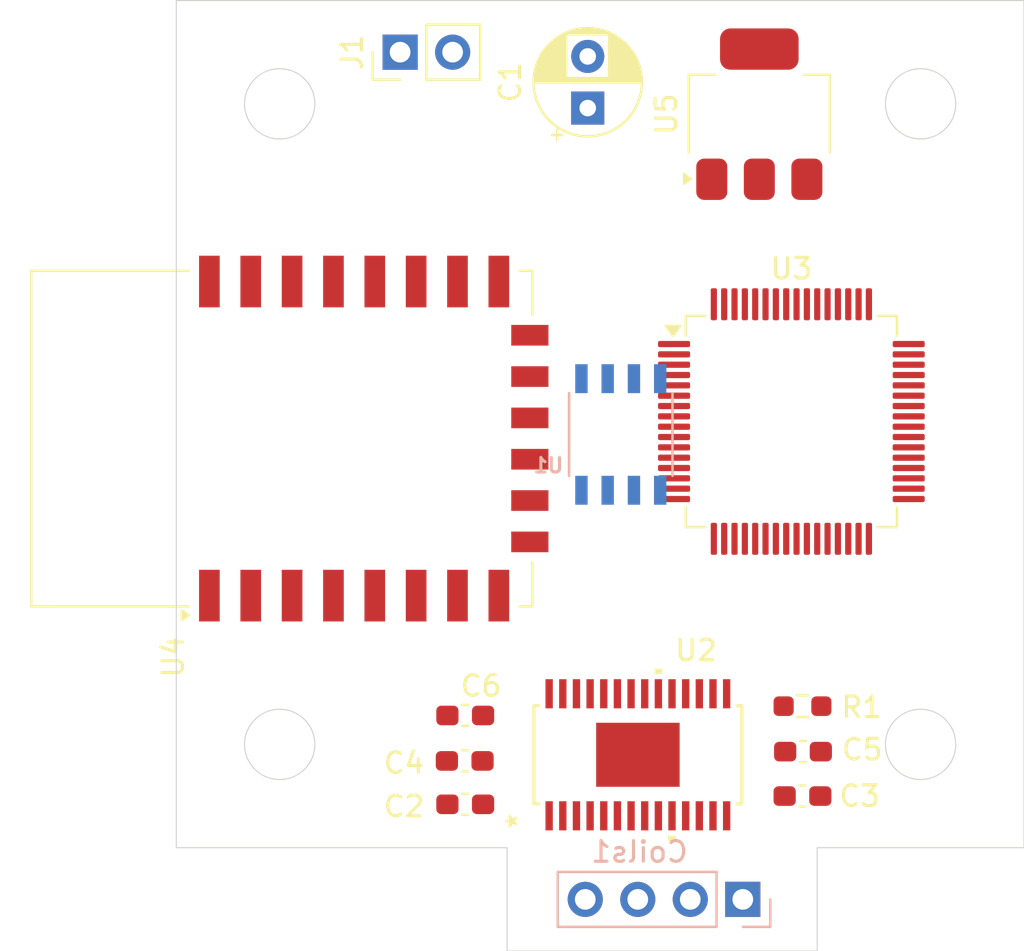
<source format=kicad_pcb>
(kicad_pcb (version 20240108) (generator "pcbnew") (generator_version "8.0")
  (layers (0 "F.Cu" signal) (31 "B.Cu" signal) (34 "B.Paste" user) (35 "F.Paste" user) (36 "B.SilkS" user "B.Silkscreen") (37 "F.SilkS" user "F.Silkscreen") (38 "B.Mask" user) (39 "F.Mask" user) (44 "Edge.Cuts" user))
  (net 0 "")
  (net 15 "nFault")
  (net 16 "DRV-STLREP")
  (net 17 "DRV-STEP")
  (net 18 "DRV-AOUT2")
  (net 19 "DRV-TRQ_CNT{slash}STL_TH")
  (net 20 "DRV-BOUT1")
  (net 21 "DRV-AOUT1")
  (net 22 "DRV-DIR")
  (net 23 "DRV-M0")
  (net 24 "DRV-NSLEEP")
  (net 25 "DRV-BOUT2")
  (net 26 "DRV-VREF")
  (net 27 "DRV-STL_MODE")
  (net 28 "DRV-M1")
  (net 29 "DRV-ENABLE")
  (net 53 "Net-(U3-VSS-Pad18)")
  (net 116 "GND")
  (net 117 "VDD")
  (net 118 "Net-(U2-VCP)")
  (net 119 "Net-(U2-DVDD)")
  (net 120 "Net-(U2-CPH)")
  (net 121 "Net-(U2-CPL)")
  (footprint "Package_QFP:LQFP-64_10x10mm_P0.5mm" (layer "F.Cu") (at 124.75 75.375)
    (property "Reference" "U3" (at 0 -7.4 0) (layer "F.SilkS"))
    (property "Value" "STM32L476RGTx")
    (fp_line (start -5.11 -5.11) (end -5.11 -4.16) (stroke (width 0.12)) (layer "F.SilkS"))
    (fp_line (start -5.11 5.11) (end -5.11 4.16) (stroke (width 0.12)) (layer "F.SilkS"))
    (fp_line (start -4.16 -5.11) (end -5.11 -5.11) (stroke (width 0.12)) (layer "F.SilkS"))
    (fp_line (start -4.16 5.11) (end -5.11 5.11) (stroke (width 0.12)) (layer "F.SilkS"))
    (fp_line (start 4.16 -5.11) (end 5.11 -5.11) (stroke (width 0.12)) (layer "F.SilkS"))
    (fp_line (start 4.16 5.11) (end 5.11 5.11) (stroke (width 0.12)) (layer "F.SilkS"))
    (fp_line (start 5.11 -5.11) (end 5.11 -4.16) (stroke (width 0.12)) (layer "F.SilkS"))
    (fp_line (start 5.11 5.11) (end 5.11 4.16) (stroke (width 0.12)) (layer "F.SilkS"))
    (fp_poly (pts (xy -5.725 -4.16) (xy -6.065 -4.63) (xy -5.385 -4.63) (xy -5.725 -4.16)) (stroke (width 0.12)) (fill solid) (layer "F.SilkS"))
    (pad "1" smd roundrect (at -5.675 -3.75) (size 1.55 0.3) (layers "F.Cu" "F.Paste" "F.Mask"))
    (pad "2" smd roundrect (at -5.675 -3.25) (size 1.55 0.3) (layers "F.Cu" "F.Paste" "F.Mask"))
    (pad "3" smd roundrect (at -5.675 -2.75) (size 1.55 0.3) (layers "F.Cu" "F.Paste" "F.Mask"))
    (pad "4" smd roundrect (at -5.675 -2.25) (size 1.55 0.3) (layers "F.Cu" "F.Paste" "F.Mask"))
    (pad "5" smd roundrect (at -5.675 -1.75) (size 1.55 0.3) (layers "F.Cu" "F.Paste" "F.Mask"))
    (pad "6" smd roundrect (at -5.675 -1.25) (size 1.55 0.3) (layers "F.Cu" "F.Paste" "F.Mask"))
    (pad "7" smd roundrect (at -5.675 -0.75) (size 1.55 0.3) (layers "F.Cu" "F.Paste" "F.Mask"))
    (pad "8" smd roundrect (at -5.675 -0.25) (size 1.55 0.3) (layers "F.Cu" "F.Paste" "F.Mask"))
    (pad "9" smd roundrect (at -5.675 0.25) (size 1.55 0.3) (layers "F.Cu" "F.Paste" "F.Mask"))
    (pad "10" smd roundrect (at -5.675 0.75) (size 1.55 0.3) (layers "F.Cu" "F.Paste" "F.Mask"))
    (pad "11" smd roundrect (at -5.675 1.25) (size 1.55 0.3) (layers "F.Cu" "F.Paste" "F.Mask"))
    (pad "12" smd roundrect (at -5.675 1.75) (size 1.55 0.3) (layers "F.Cu" "F.Paste" "F.Mask"))
    (pad "13" smd roundrect (at -5.675 2.25) (size 1.55 0.3) (layers "F.Cu" "F.Paste" "F.Mask"))
    (pad "14" smd roundrect (at -5.675 2.75) (size 1.55 0.3) (layers "F.Cu" "F.Paste" "F.Mask"))
    (pad "15" smd roundrect (at -5.675 3.25) (size 1.55 0.3) (layers "F.Cu" "F.Paste" "F.Mask"))
    (pad "16" smd roundrect (at -5.675 3.75) (size 1.55 0.3) (layers "F.Cu" "F.Paste" "F.Mask"))
    (pad "17" smd roundrect (at -3.75 5.675) (size 0.3 1.55) (layers "F.Cu" "F.Paste" "F.Mask"))
    (pad "18" smd roundrect (at -3.25 5.675) (size 0.3 1.55) (layers "F.Cu" "F.Paste" "F.Mask") (net 53 "Net-(U3-VSS-Pad18)"))
    (pad "19" smd roundrect (at -2.75 5.675) (size 0.3 1.55) (layers "F.Cu" "F.Paste" "F.Mask"))
    (pad "20" smd roundrect (at -2.25 5.675) (size 0.3 1.55) (layers "F.Cu" "F.Paste" "F.Mask"))
    (pad "21" smd roundrect (at -1.75 5.675) (size 0.3 1.55) (layers "F.Cu" "F.Paste" "F.Mask"))
    (pad "22" smd roundrect (at -1.25 5.675) (size 0.3 1.55) (layers "F.Cu" "F.Paste" "F.Mask"))
    (pad "23" smd roundrect (at -0.75 5.675) (size 0.3 1.55) (layers "F.Cu" "F.Paste" "F.Mask"))
    (pad "24" smd roundrect (at -0.25 5.675) (size 0.3 1.55) (layers "F.Cu" "F.Paste" "F.Mask"))
    (pad "25" smd roundrect (at 0.25 5.675) (size 0.3 1.55) (layers "F.Cu" "F.Paste" "F.Mask"))
    (pad "26" smd roundrect (at 0.75 5.675) (size 0.3 1.55) (layers "F.Cu" "F.Paste" "F.Mask"))
    (pad "27" smd roundrect (at 1.25 5.675) (size 0.3 1.55) (layers "F.Cu" "F.Paste" "F.Mask"))
    (pad "28" smd roundrect (at 1.75 5.675) (size 0.3 1.55) (layers "F.Cu" "F.Paste" "F.Mask"))
    (pad "29" smd roundrect (at 2.25 5.675) (size 0.3 1.55) (layers "F.Cu" "F.Paste" "F.Mask"))
    (pad "30" smd roundrect (at 2.75 5.675) (size 0.3 1.55) (layers "F.Cu" "F.Paste" "F.Mask"))
    (pad "31" smd roundrect (at 3.25 5.675) (size 0.3 1.55) (layers "F.Cu" "F.Paste" "F.Mask") (net 53 "Net-(U3-VSS-Pad18)"))
    (pad "32" smd roundrect (at 3.75 5.675) (size 0.3 1.55) (layers "F.Cu" "F.Paste" "F.Mask"))
    (pad "33" smd roundrect (at 5.675 3.75) (size 1.55 0.3) (layers "F.Cu" "F.Paste" "F.Mask"))
    (pad "34" smd roundrect (at 5.675 3.25) (size 1.55 0.3) (layers "F.Cu" "F.Paste" "F.Mask"))
    (pad "35" smd roundrect (at 5.675 2.75) (size 1.55 0.3) (layers "F.Cu" "F.Paste" "F.Mask"))
    (pad "36" smd roundrect (at 5.675 2.25) (size 1.55 0.3) (layers "F.Cu" "F.Paste" "F.Mask"))
    (pad "37" smd roundrect (at 5.675 1.75) (size 1.55 0.3) (layers "F.Cu" "F.Paste" "F.Mask"))
    (pad "38" smd roundrect (at 5.675 1.25) (size 1.55 0.3) (layers "F.Cu" "F.Paste" "F.Mask"))
    (pad "39" smd roundrect (at 5.675 0.75) (size 1.55 0.3) (layers "F.Cu" "F.Paste" "F.Mask"))
    (pad "40" smd roundrect (at 5.675 0.25) (size 1.55 0.3) (layers "F.Cu" "F.Paste" "F.Mask"))
    (pad "41" smd roundrect (at 5.675 -0.25) (size 1.55 0.3) (layers "F.Cu" "F.Paste" "F.Mask"))
    (pad "42" smd roundrect (at 5.675 -0.75) (size 1.55 0.3) (layers "F.Cu" "F.Paste" "F.Mask"))
    (pad "43" smd roundrect (at 5.675 -1.25) (size 1.55 0.3) (layers "F.Cu" "F.Paste" "F.Mask"))
    (pad "44" smd roundrect (at 5.675 -1.75) (size 1.55 0.3) (layers "F.Cu" "F.Paste" "F.Mask"))
    (pad "45" smd roundrect (at 5.675 -2.25) (size 1.55 0.3) (layers "F.Cu" "F.Paste" "F.Mask"))
    (pad "46" smd roundrect (at 5.675 -2.75) (size 1.55 0.3) (layers "F.Cu" "F.Paste" "F.Mask"))
    (pad "47" smd roundrect (at 5.675 -3.25) (size 1.55 0.3) (layers "F.Cu" "F.Paste" "F.Mask") (net 53 "Net-(U3-VSS-Pad18)"))
    (pad "48" smd roundrect (at 5.675 -3.75) (size 1.55 0.3) (layers "F.Cu" "F.Paste" "F.Mask"))
    (pad "49" smd roundrect (at 3.75 -5.675) (size 0.3 1.55) (layers "F.Cu" "F.Paste" "F.Mask"))
    (pad "50" smd roundrect (at 3.25 -5.675) (size 0.3 1.55) (layers "F.Cu" "F.Paste" "F.Mask"))
    (pad "51" smd roundrect (at 2.75 -5.675) (size 0.3 1.55) (layers "F.Cu" "F.Paste" "F.Mask"))
    (pad "52" smd roundrect (at 2.25 -5.675) (size 0.3 1.55) (layers "F.Cu" "F.Paste" "F.Mask"))
    (pad "53" smd roundrect (at 1.75 -5.675) (size 0.3 1.55) (layers "F.Cu" "F.Paste" "F.Mask"))
    (pad "54" smd roundrect (at 1.25 -5.675) (size 0.3 1.55) (layers "F.Cu" "F.Paste" "F.Mask"))
    (pad "55" smd roundrect (at 0.75 -5.675) (size 0.3 1.55) (layers "F.Cu" "F.Paste" "F.Mask"))
    (pad "56" smd roundrect (at 0.25 -5.675) (size 0.3 1.55) (layers "F.Cu" "F.Paste" "F.Mask"))
    (pad "57" smd roundrect (at -0.25 -5.675) (size 0.3 1.55) (layers "F.Cu" "F.Paste" "F.Mask"))
    (pad "58" smd roundrect (at -0.75 -5.675) (size 0.3 1.55) (layers "F.Cu" "F.Paste" "F.Mask"))
    (pad "59" smd roundrect (at -1.25 -5.675) (size 0.3 1.55) (layers "F.Cu" "F.Paste" "F.Mask"))
    (pad "60" smd roundrect (at -1.75 -5.675) (size 0.3 1.55) (layers "F.Cu" "F.Paste" "F.Mask"))
    (pad "61" smd roundrect (at -2.25 -5.675) (size 0.3 1.55) (layers "F.Cu" "F.Paste" "F.Mask"))
    (pad "62" smd roundrect (at -2.75 -5.675) (size 0.3 1.55) (layers "F.Cu" "F.Paste" "F.Mask"))
    (pad "63" smd roundrect (at -3.25 -5.675) (size 0.3 1.55) (layers "F.Cu" "F.Paste" "F.Mask") (net 53 "Net-(U3-VSS-Pad18)"))
    (pad "64" smd roundrect (at -3.75 -5.675) (size 0.3 1.55) (layers "F.Cu" "F.Paste" "F.Mask"))
  )
  (footprint "RF_Module:ESP-12E" (layer "F.Cu") (at 100.1 76.2 90)
    (property "Reference" "U4" (at -10.56 -5.26 -90) (layer "F.SilkS"))
    (property "Value" "ESP-12F")
    (fp_line (start 8.12 -12.12) (end 8.12 -4.5) (stroke (width 0.12)) (layer "F.SilkS"))
    (fp_line (start -8.12 -12.12) (end 8.12 -12.12) (stroke (width 0.12)) (layer "F.SilkS"))
    (fp_line (start -8.12 -4.5) (end -8.12 -12.12) (stroke (width 0.12)) (layer "F.SilkS"))
    (fp_line (start 8.12 11.5) (end 8.12 12.12) (stroke (width 0.12)) (layer "F.SilkS"))
    (fp_line (start 8.12 12.12) (end 6 12.12) (stroke (width 0.12)) (layer "F.SilkS"))
    (fp_line (start -6 12.12) (end -8.12 12.12) (stroke (width 0.12)) (layer "F.SilkS"))
    (fp_line (start -8.12 12.12) (end -8.12 11.5) (stroke (width 0.12)) (layer "F.SilkS"))
    (fp_poly (pts (xy -8.55 -4.5) (xy -8.79 -4.836) (xy -8.31 -4.836) (xy -8.55 -4.5)) (stroke (width 0.12)) (fill solid) (layer "F.SilkS"))
    (pad "1" smd rect (at -7.6 -3.5 90) (size 2.5 1) (layers "F.Cu" "F.Paste" "F.Mask"))
    (pad "2" smd rect (at -7.6 -1.5 90) (size 2.5 1) (layers "F.Cu" "F.Paste" "F.Mask"))
    (pad "3" smd rect (at -7.6 0.5 90) (size 2.5 1) (layers "F.Cu" "F.Paste" "F.Mask"))
    (pad "4" smd rect (at -7.6 2.5 90) (size 2.5 1) (layers "F.Cu" "F.Paste" "F.Mask"))
    (pad "5" smd rect (at -7.6 4.5 90) (size 2.5 1) (layers "F.Cu" "F.Paste" "F.Mask"))
    (pad "6" smd rect (at -7.6 6.5 90) (size 2.5 1) (layers "F.Cu" "F.Paste" "F.Mask"))
    (pad "7" smd rect (at -7.6 8.5 90) (size 2.5 1) (layers "F.Cu" "F.Paste" "F.Mask"))
    (pad "8" smd rect (at -7.6 10.5 90) (size 2.5 1) (layers "F.Cu" "F.Paste" "F.Mask"))
    (pad "9" smd rect (at -5 12 90) (size 1 1.8) (layers "F.Cu" "F.Paste" "F.Mask"))
    (pad "10" smd rect (at -3 12 90) (size 1 1.8) (layers "F.Cu" "F.Paste" "F.Mask"))
    (pad "11" smd rect (at -1 12 90) (size 1 1.8) (layers "F.Cu" "F.Paste" "F.Mask"))
    (pad "12" smd rect (at 1 12 90) (size 1 1.8) (layers "F.Cu" "F.Paste" "F.Mask"))
    (pad "13" smd rect (at 3 12 90) (size 1 1.8) (layers "F.Cu" "F.Paste" "F.Mask"))
    (pad "14" smd rect (at 5 12 90) (size 1 1.8) (layers "F.Cu" "F.Paste" "F.Mask"))
    (pad "15" smd rect (at 7.6 10.5 90) (size 2.5 1) (layers "F.Cu" "F.Paste" "F.Mask"))
    (pad "16" smd rect (at 7.6 8.5 90) (size 2.5 1) (layers "F.Cu" "F.Paste" "F.Mask"))
    (pad "17" smd rect (at 7.6 6.5 90) (size 2.5 1) (layers "F.Cu" "F.Paste" "F.Mask"))
    (pad "18" smd rect (at 7.6 4.5 90) (size 2.5 1) (layers "F.Cu" "F.Paste" "F.Mask"))
    (pad "19" smd rect (at 7.6 2.5 90) (size 2.5 1) (layers "F.Cu" "F.Paste" "F.Mask"))
    (pad "20" smd rect (at 7.6 0.5 90) (size 2.5 1) (layers "F.Cu" "F.Paste" "F.Mask"))
    (pad "21" smd rect (at 7.6 -1.5 90) (size 2.5 1) (layers "F.Cu" "F.Paste" "F.Mask"))
    (pad "22" smd rect (at 7.6 -3.5 90) (size 2.5 1) (layers "F.Cu" "F.Paste" "F.Mask"))
  )
  (footprint "Connector_PinHeader_2.54mm:PinHeader_1x02_P2.54mm_Vertical" (layer "F.Cu") (at 105.825 57.5 90)
    (property "Reference" "J1" (at 0 -2.33 -90) (layer "F.SilkS"))
    (property "Value" "Conn_01x02_Pin" (hide yes))
    (fp_line (start -1.33 -1.33) (end 0 -1.33) (stroke (width 0.12)) (layer "F.SilkS"))
    (fp_line (start -1.33 0) (end -1.33 -1.33) (stroke (width 0.12)) (layer "F.SilkS"))
    (fp_line (start 1.33 1.27) (end 1.33 3.87) (stroke (width 0.12)) (layer "F.SilkS"))
    (fp_line (start -1.33 1.27) (end 1.33 1.27) (stroke (width 0.12)) (layer "F.SilkS"))
    (fp_line (start -1.33 1.27) (end -1.33 3.87) (stroke (width 0.12)) (layer "F.SilkS"))
    (fp_line (start -1.33 3.87) (end 1.33 3.87) (stroke (width 0.12)) (layer "F.SilkS"))
    (pad "1" thru_hole rect (at 0 0 90) (size 1.7 1.7) (drill 1) (layers "*.Cu" "*.Mask"))
    (pad "2" thru_hole oval (at 0 2.54 90) (size 1.7 1.7) (drill 1) (layers "*.Cu" "*.Mask"))
  )
  (footprint "Capacitor_SMD:C_0603_1608Metric_Pad1.08x0.95mm_HandSolder" (layer "F.Cu") (at 108.975 89.6)
    (property "Reference" "C6" (at 0.7625 -1.43 0) (layer "F.SilkS"))
    (property "Value" "0.47uF" (hide yes))
    (fp_line (start -0.146267 -0.51) (end 0.146267 -0.51) (stroke (width 0.12)) (layer "F.SilkS"))
    (fp_line (start -0.146267 0.51) (end 0.146267 0.51) (stroke (width 0.12)) (layer "F.SilkS"))
    (pad "1" smd roundrect (at -0.8625 0) (size 1.075 0.95) (layers "F.Cu" "F.Paste" "F.Mask") (net 120 "Net-(U2-CPH)"))
    (pad "2" smd roundrect (at 0.8625 0) (size 1.075 0.95) (layers "F.Cu" "F.Paste" "F.Mask") (net 121 "Net-(U2-CPL)"))
  )
  (footprint "Capacitor_SMD:C_0603_1608Metric_Pad1.08x0.95mm_HandSolder" (layer "F.Cu") (at 108.95 91.8)
    (property "Reference" "C4" (at -2.9375 0.1 180) (layer "F.SilkS"))
    (property "Value" "0.22uF" (hide yes))
    (fp_line (start -0.146267 -0.51) (end 0.146267 -0.51) (stroke (width 0.12)) (layer "F.SilkS"))
    (fp_line (start -0.146267 0.51) (end 0.146267 0.51) (stroke (width 0.12)) (layer "F.SilkS"))
    (pad "1" smd roundrect (at -0.8625 0) (size 1.075 0.95) (layers "F.Cu" "F.Paste" "F.Mask") (net 117 "VDD"))
    (pad "2" smd roundrect (at 0.8625 0) (size 1.075 0.95) (layers "F.Cu" "F.Paste" "F.Mask") (net 118 "Net-(U2-VCP)"))
  )
  (footprint "Capacitor_THT:CP_Radial_D5.0mm_P2.50mm" (layer "F.Cu") (at 114.9 60.205113 90)
    (property "Reference" "C1" (at 1.25 -3.75 -90) (layer "F.SilkS"))
    (property "Value" "10uF" (hide yes))
    (fp_line (start 1.29 -2.58) (end 1.29 2.58) (stroke (width 0.12)) (layer "F.SilkS"))
    (fp_line (start 1.25 -2.58) (end 1.25 2.58) (stroke (width 0.12)) (layer "F.SilkS"))
    (fp_line (start 1.33 -2.579) (end 1.33 2.579) (stroke (width 0.12)) (layer "F.SilkS"))
    (fp_line (start 1.37 -2.578) (end 1.37 2.578) (stroke (width 0.12)) (layer "F.SilkS"))
    (fp_line (start 1.41 -2.576) (end 1.41 2.576) (stroke (width 0.12)) (layer "F.SilkS"))
    (fp_line (start 1.45 -2.573) (end 1.45 2.573) (stroke (width 0.12)) (layer "F.SilkS"))
    (fp_line (start 1.49 -2.569) (end 1.49 -1.04) (stroke (width 0.12)) (layer "F.SilkS"))
    (fp_line (start 1.53 -2.565) (end 1.53 -1.04) (stroke (width 0.12)) (layer "F.SilkS"))
    (fp_line (start 1.57 -2.561) (end 1.57 -1.04) (stroke (width 0.12)) (layer "F.SilkS"))
    (fp_line (start 1.61 -2.556) (end 1.61 -1.04) (stroke (width 0.12)) (layer "F.SilkS"))
    (fp_line (start 1.65 -2.55) (end 1.65 -1.04) (stroke (width 0.12)) (layer "F.SilkS"))
    (fp_line (start 1.69 -2.543) (end 1.69 -1.04) (stroke (width 0.12)) (layer "F.SilkS"))
    (fp_line (start 1.73 -2.536) (end 1.73 -1.04) (stroke (width 0.12)) (layer "F.SilkS"))
    (fp_line (start 1.77 -2.528) (end 1.77 -1.04) (stroke (width 0.12)) (layer "F.SilkS"))
    (fp_line (start 1.81 -2.52) (end 1.81 -1.04) (stroke (width 0.12)) (layer "F.SilkS"))
    (fp_line (start 1.85 -2.511) (end 1.85 -1.04) (stroke (width 0.12)) (layer "F.SilkS"))
    (fp_line (start 1.89 -2.501) (end 1.89 -1.04) (stroke (width 0.12)) (layer "F.SilkS"))
    (fp_line (start 1.93 -2.491) (end 1.93 -1.04) (stroke (width 0.12)) (layer "F.SilkS"))
    (fp_line (start 1.971 -2.48) (end 1.971 -1.04) (stroke (width 0.12)) (layer "F.SilkS"))
    (fp_line (start 2.011 -2.468) (end 2.011 -1.04) (stroke (width 0.12)) (layer "F.SilkS"))
    (fp_line (start 2.051 -2.455) (end 2.051 -1.04) (stroke (width 0.12)) (layer "F.SilkS"))
    (fp_line (start 2.091 -2.442) (end 2.091 -1.04) (stroke (width 0.12)) (layer "F.SilkS"))
    (fp_line (start 2.131 -2.428) (end 2.131 -1.04) (stroke (width 0.12)) (layer "F.SilkS"))
    (fp_line (start 2.171 -2.414) (end 2.171 -1.04) (stroke (width 0.12)) (layer "F.SilkS"))
    (fp_line (start 2.211 -2.398) (end 2.211 -1.04) (stroke (width 0.12)) (layer "F.SilkS"))
    (fp_line (start 2.251 -2.382) (end 2.251 -1.04) (stroke (width 0.12)) (layer "F.SilkS"))
    (fp_line (start 2.291 -2.365) (end 2.291 -1.04) (stroke (width 0.12)) (layer "F.SilkS"))
    (fp_line (start 2.331 -2.348) (end 2.331 -1.04) (stroke (width 0.12)) (layer "F.SilkS"))
    (fp_line (start 2.371 -2.329) (end 2.371 -1.04) (stroke (width 0.12)) (layer "F.SilkS"))
    (fp_line (start 2.411 -2.31) (end 2.411 -1.04) (stroke (width 0.12)) (layer "F.SilkS"))
    (fp_line (start 2.451 -2.29) (end 2.451 -1.04) (stroke (width 0.12)) (layer "F.SilkS"))
    (fp_line (start 2.491 -2.268) (end 2.491 -1.04) (stroke (width 0.12)) (layer "F.SilkS"))
    (fp_line (start 2.531 -2.247) (end 2.531 -1.04) (stroke (width 0.12)) (layer "F.SilkS"))
    (fp_line (start 2.571 -2.224) (end 2.571 -1.04) (stroke (width 0.12)) (layer "F.SilkS"))
    (fp_line (start 2.611 -2.2) (end 2.611 -1.04) (stroke (width 0.12)) (layer "F.SilkS"))
    (fp_line (start 2.651 -2.175) (end 2.651 -1.04) (stroke (width 0.12)) (layer "F.SilkS"))
    (fp_line (start 2.691 -2.149) (end 2.691 -1.04) (stroke (width 0.12)) (layer "F.SilkS"))
    (fp_line (start 2.731 -2.122) (end 2.731 -1.04) (stroke (width 0.12)) (layer "F.SilkS"))
    (fp_line (start 2.771 -2.095) (end 2.771 -1.04) (stroke (width 0.12)) (layer "F.SilkS"))
    (fp_line (start 2.811 -2.065) (end 2.811 -1.04) (stroke (width 0.12)) (layer "F.SilkS"))
    (fp_line (start 2.851 -2.035) (end 2.851 -1.04) (stroke (width 0.12)) (layer "F.SilkS"))
    (fp_line (start 2.891 -2.004) (end 2.891 -1.04) (stroke (width 0.12)) (layer "F.SilkS"))
    (fp_line (start 2.931 -1.971) (end 2.931 -1.04) (stroke (width 0.12)) (layer "F.SilkS"))
    (fp_line (start 2.971 -1.937) (end 2.971 -1.04) (stroke (width 0.12)) (layer "F.SilkS"))
    (fp_line (start 3.011 -1.901) (end 3.011 -1.04) (stroke (width 0.12)) (layer "F.SilkS"))
    (fp_line (start 3.051 -1.864) (end 3.051 -1.04) (stroke (width 0.12)) (layer "F.SilkS"))
    (fp_line (start 3.091 -1.826) (end 3.091 -1.04) (stroke (width 0.12)) (layer "F.SilkS"))
    (fp_line (start 3.131 -1.785) (end 3.131 -1.04) (stroke (width 0.12)) (layer "F.SilkS"))
    (fp_line (start 3.171 -1.743) (end 3.171 -1.04) (stroke (width 0.12)) (layer "F.SilkS"))
    (fp_line (start -1.304775 -1.725) (end -1.304775 -1.225) (stroke (width 0.12)) (layer "F.SilkS"))
    (fp_line (start 3.211 -1.699) (end 3.211 -1.04) (stroke (width 0.12)) (layer "F.SilkS"))
    (fp_line (start 3.251 -1.653) (end 3.251 -1.04) (stroke (width 0.12)) (layer "F.SilkS"))
    (fp_line (start 3.291 -1.605) (end 3.291 -1.04) (stroke (width 0.12)) (layer "F.SilkS"))
    (fp_line (start 3.331 -1.554) (end 3.331 -1.04) (stroke (width 0.12)) (layer "F.SilkS"))
    (fp_line (start 3.371 -1.5) (end 3.371 -1.04) (stroke (width 0.12)) (layer "F.SilkS"))
    (fp_line (start -1.554775 -1.475) (end -1.054775 -1.475) (stroke (width 0.12)) (layer "F.SilkS"))
    (fp_line (start 3.411 -1.443) (end 3.411 -1.04) (stroke (width 0.12)) (layer "F.SilkS"))
    (fp_line (start 3.451 -1.383) (end 3.451 -1.04) (stroke (width 0.12)) (layer "F.SilkS"))
    (fp_line (start 3.491 -1.319) (end 3.491 -1.04) (stroke (width 0.12)) (layer "F.SilkS"))
    (fp_line (start 3.531 -1.251) (end 3.531 -1.04) (stroke (width 0.12)) (layer "F.SilkS"))
    (fp_line (start 3.571 -1.178) (end 3.571 1.178) (stroke (width 0.12)) (layer "F.SilkS"))
    (fp_line (start 3.611 -1.098) (end 3.611 1.098) (stroke (width 0.12)) (layer "F.SilkS"))
    (fp_line (start 3.651 -1.011) (end 3.651 1.011) (stroke (width 0.12)) (layer "F.SilkS"))
    (fp_line (start 3.691 -0.915) (end 3.691 0.915) (stroke (width 0.12)) (layer "F.SilkS"))
    (fp_line (start 3.731 -0.805) (end 3.731 0.805) (stroke (width 0.12)) (layer "F.SilkS"))
    (fp_line (start 3.771 -0.677) (end 3.771 0.677) (stroke (width 0.12)) (layer "F.SilkS"))
    (fp_line (start 3.811 -0.518) (end 3.811 0.518) (stroke (width 0.12)) (layer "F.SilkS"))
    (fp_line (start 3.851 -0.284) (end 3.851 0.284) (stroke (width 0.12)) (layer "F.SilkS"))
    (fp_line (start 3.531 1.04) (end 3.531 1.251) (stroke (width 0.12)) (layer "F.SilkS"))
    (fp_line (start 3.491 1.04) (end 3.491 1.319) (stroke (width 0.12)) (layer "F.SilkS"))
    (fp_line (start 3.451 1.04) (end 3.451 1.383) (stroke (width 0.12)) (layer "F.SilkS"))
    (fp_line (start 3.411 1.04) (end 3.411 1.443) (stroke (width 0.12)) (layer "F.SilkS"))
    (fp_line (start 3.371 1.04) (end 3.371 1.5) (stroke (width 0.12)) (layer "F.SilkS"))
    (fp_line (start 3.331 1.04) (end 3.331 1.554) (stroke (width 0.12)) (layer "F.SilkS"))
    (fp_line (start 3.291 1.04) (end 3.291 1.605) (stroke (width 0.12)) (layer "F.SilkS"))
    (fp_line (start 3.251 1.04) (end 3.251 1.653) (stroke (width 0.12)) (layer "F.SilkS"))
    (fp_line (start 3.211 1.04) (end 3.211 1.699) (stroke (width 0.12)) (layer "F.SilkS"))
    (fp_line (start 3.171 1.04) (end 3.171 1.743) (stroke (width 0.12)) (layer "F.SilkS"))
    (fp_line (start 3.131 1.04) (end 3.131 1.785) (stroke (width 0.12)) (layer "F.SilkS"))
    (fp_line (start 3.091 1.04) (end 3.091 1.826) (stroke (width 0.12)) (layer "F.SilkS"))
    (fp_line (start 3.051 1.04) (end 3.051 1.864) (stroke (width 0.12)) (layer "F.SilkS"))
    (fp_line (start 3.011 1.04) (end 3.011 1.901) (stroke (width 0.12)) (layer "F.SilkS"))
    (fp_line (start 2.971 1.04) (end 2.971 1.937) (stroke (width 0.12)) (layer "F.SilkS"))
    (fp_line (start 2.931 1.04) (end 2.931 1.971) (stroke (width 0.12)) (layer "F.SilkS"))
    (fp_line (start 2.891 1.04) (end 2.891 2.004) (stroke (width 0.12)) (layer "F.SilkS"))
    (fp_line (start 2.851 1.04) (end 2.851 2.035) (stroke (width 0.12)) (layer "F.SilkS"))
    (fp_line (start 2.811 1.04) (end 2.811 2.065) (stroke (width 0.12)) (layer "F.SilkS"))
    (fp_line (start 2.771 1.04) (end 2.771 2.095) (stroke (width 0.12)) (layer "F.SilkS"))
    (fp_line (start 2.731 1.04) (end 2.731 2.122) (stroke (width 0.12)) (layer "F.SilkS"))
    (fp_line (start 2.691 1.04) (end 2.691 2.149) (stroke (width 0.12)) (layer "F.SilkS"))
    (fp_line (start 2.651 1.04) (end 2.651 2.175) (stroke (width 0.12)) (layer "F.SilkS"))
    (fp_line (start 2.611 1.04) (end 2.611 2.2) (stroke (width 0.12)) (layer "F.SilkS"))
    (fp_line (start 2.571 1.04) (end 2.571 2.224) (stroke (width 0.12)) (layer "F.SilkS"))
    (fp_line (start 2.531 1.04) (end 2.531 2.247) (stroke (width 0.12)) (layer "F.SilkS"))
    (fp_line (start 2.491 1.04) (end 2.491 2.268) (stroke (width 0.12)) (layer "F.SilkS"))
    (fp_line (start 2.451 1.04) (end 2.451 2.29) (stroke (width 0.12)) (layer "F.SilkS"))
    (fp_line (start 2.411 1.04) (end 2.411 2.31) (stroke (width 0.12)) (layer "F.SilkS"))
    (fp_line (start 2.371 1.04) (end 2.371 2.329) (stroke (width 0.12)) (layer "F.SilkS"))
    (fp_line (start 2.331 1.04) (end 2.331 2.348) (stroke (width 0.12)) (layer "F.SilkS"))
    (fp_line (start 2.291 1.04) (end 2.291 2.365) (stroke (width 0.12)) (layer "F.SilkS"))
    (fp_line (start 2.251 1.04) (end 2.251 2.382) (stroke (width 0.12)) (layer "F.SilkS"))
    (fp_line (start 2.211 1.04) (end 2.211 2.398) (stroke (width 0.12)) (layer "F.SilkS"))
    (fp_line (start 2.171 1.04) (end 2.171 2.414) (stroke (width 0.12)) (layer "F.SilkS"))
    (fp_line (start 2.131 1.04) (end 2.131 2.428) (stroke (width 0.12)) (layer "F.SilkS"))
    (fp_line (start 2.091 1.04) (end 2.091 2.442) (stroke (width 0.12)) (layer "F.SilkS"))
    (fp_line (start 2.051 1.04) (end 2.051 2.455) (stroke (width 0.12)) (layer "F.SilkS"))
    (fp_line (start 2.011 1.04) (end 2.011 2.468) (stroke (width 0.12)) (layer "F.SilkS"))
    (fp_line (start 1.971 1.04) (end 1.971 2.48) (stroke (width 0.12)) (layer "F.SilkS"))
    (fp_line (start 1.93 1.04) (end 1.93 2.491) (stroke (width 0.12)) (layer "F.SilkS"))
    (fp_line (start 1.89 1.04) (end 1.89 2.501) (stroke (width 0.12)) (layer "F.SilkS"))
    (fp_line (start 1.85 1.04) (end 1.85 2.511) (stroke (width 0.12)) (layer "F.SilkS"))
    (fp_line (start 1.81 1.04) (end 1.81 2.52) (stroke (width 0.12)) (layer "F.SilkS"))
    (fp_line (start 1.77 1.04) (end 1.77 2.528) (stroke (width 0.12)) (layer "F.SilkS"))
    (fp_line (start 1.73 1.04) (end 1.73 2.536) (stroke (width 0.12)) (layer "F.SilkS"))
    (fp_line (start 1.69 1.04) (end 1.69 2.543) (stroke (width 0.12)) (layer "F.SilkS"))
    (fp_line (start 1.65 1.04) (end 1.65 2.55) (stroke (width 0.12)) (layer "F.SilkS"))
    (fp_line (start 1.61 1.04) (end 1.61 2.556) (stroke (width 0.12)) (layer "F.SilkS"))
    (fp_line (start 1.57 1.04) (end 1.57 2.561) (stroke (width 0.12)) (layer "F.SilkS"))
    (fp_line (start 1.53 1.04) (end 1.53 2.565) (stroke (width 0.12)) (layer "F.SilkS"))
    (fp_line (start 1.49 1.04) (end 1.49 2.569) (stroke (width 0.12)) (layer "F.SilkS"))
    (fp_circle (center 1.25 0) (end 3.87 0) (stroke (width 0.12)) (fill none) (layer "F.SilkS"))
    (pad "1" thru_hole rect (at 0 0 90) (size 1.6 1.6) (drill 0.8) (layers "*.Cu" "*.Mask") (net 117 "VDD"))
    (pad "2" thru_hole circle (at 2.5 0 90) (size 1.6 1.6) (drill 0.8) (layers "*.Cu" "*.Mask") (net 116 "GND"))
  )
  (footprint "Capacitor_SMD:C_0603_1608Metric_Pad1.08x0.95mm_HandSolder" (layer "F.Cu") (at 125.2875 93.5)
    (property "Reference" "C3" (at 2.7625 0 0) (layer "F.SilkS"))
    (property "Value" "0.01uF" (hide yes))
    (fp_line (start -0.146267 -0.51) (end 0.146267 -0.51) (stroke (width 0.12)) (layer "F.SilkS"))
    (fp_line (start -0.146267 0.51) (end 0.146267 0.51) (stroke (width 0.12)) (layer "F.SilkS"))
    (pad "1" smd roundrect (at -0.8625 0) (size 1.075 0.95) (layers "F.Cu" "F.Paste" "F.Mask") (net 117 "VDD"))
    (pad "2" smd roundrect (at 0.8625 0) (size 1.075 0.95) (layers "F.Cu" "F.Paste" "F.Mask") (net 116 "GND"))
  )
  (footprint "Capacitor_SMD:C_0603_1608Metric_Pad1.08x0.95mm_HandSolder" (layer "F.Cu") (at 125.3125 91.35)
    (property "Reference" "C5" (at 2.8625 -0.1 0) (layer "F.SilkS"))
    (property "Value" "0.47uF" (hide yes))
    (fp_line (start -0.146267 -0.51) (end 0.146267 -0.51) (stroke (width 0.12)) (layer "F.SilkS"))
    (fp_line (start -0.146267 0.51) (end 0.146267 0.51) (stroke (width 0.12)) (layer "F.SilkS"))
    (pad "1" smd roundrect (at -0.8625 0) (size 1.075 0.95) (layers "F.Cu" "F.Paste" "F.Mask") (net 119 "Net-(U2-DVDD)"))
    (pad "2" smd roundrect (at 0.8625 0) (size 1.075 0.95) (layers "F.Cu" "F.Paste" "F.Mask") (net 116 "GND"))
  )
  (footprint "Capacitor_SMD:C_0603_1608Metric_Pad1.08x0.95mm_HandSolder" (layer "F.Cu") (at 108.975 93.9 180)
    (property "Reference" "C2" (at 2.9625 -0.1 180) (layer "F.SilkS"))
    (property "Value" "0.01uF" (hide yes))
    (fp_line (start -0.146267 0.51) (end 0.146267 0.51) (stroke (width 0.12)) (layer "F.SilkS"))
    (fp_line (start -0.146267 -0.51) (end 0.146267 -0.51) (stroke (width 0.12)) (layer "F.SilkS"))
    (pad "1" smd roundrect (at -0.8625 0 180) (size 1.075 0.95) (layers "F.Cu" "F.Paste" "F.Mask") (net 117 "VDD"))
    (pad "2" smd roundrect (at 0.8625 0 180) (size 1.075 0.95) (layers "F.Cu" "F.Paste" "F.Mask") (net 116 "GND"))
  )
  (footprint "Resistor_SMD:R_0603_1608Metric_Pad0.98x0.95mm_HandSolder" (layer "F.Cu") (at 125.2875 89.15)
    (property "Reference" "R1" (at 2.8625 0.05 360) (layer "F.SilkS"))
    (property "Value" "10k" (hide yes))
    (fp_line (start -0.254724 -0.5225) (end 0.254724 -0.5225) (stroke (width 0.12)) (layer "F.SilkS"))
    (fp_line (start -0.254724 0.5225) (end 0.254724 0.5225) (stroke (width 0.12)) (layer "F.SilkS"))
    (pad "1" smd roundrect (at -0.9125 0) (size 0.975 0.95) (layers "F.Cu" "F.Paste" "F.Mask") (net 15 "nFault"))
    (pad "2" smd roundrect (at 0.9125 0) (size 0.975 0.95) (layers "F.Cu" "F.Paste" "F.Mask") (net 119 "Net-(U2-DVDD)"))
  )
  (footprint "drv8411:DRV8434APWPR_TEX" (layer "F.Cu") (at 117.3261 91.50275 90)
    (property "Reference" "U2" (at 5.05275 2.8114 0) (layer "F.SilkS"))
    (property "Value" "DRV8434APWPR" (hide yes))
    (fp_line (start 2.3749 -5.0292) (end -2.3749 -5.0292) (stroke (width 0.1524)) (layer "F.SilkS"))
    (fp_line (start -2.3749 -5.0292) (end -2.3749 -4.80314) (stroke (width 0.1524)) (layer "F.SilkS"))
    (fp_line (start 2.3749 -4.80314) (end 2.3749 -5.0292) (stroke (width 0.1524)) (layer "F.SilkS"))
    (fp_line (start -2.3749 4.80314) (end -2.3749 5.0292) (stroke (width 0.1524)) (layer "F.SilkS"))
    (fp_line (start 2.3749 5.0292) (end 2.3749 4.80314) (stroke (width 0.1524)) (layer "F.SilkS"))
    (fp_line (start -2.3749 5.0292) (end 2.3749 5.0292) (stroke (width 0.1524)) (layer "F.SilkS"))
    (fp_poly (pts (xy 4.1656 0.8001) (xy 4.1656 1.1811) (xy 3.9116 1.1811) (xy 3.9116 0.8001)) (fill solid) (layer "F.SilkS"))
    (fp_poly (pts (xy -4.1656 1.4605) (xy -4.1656 1.8415) (xy -3.9116 1.8415) (xy -3.9116 1.4605)) (fill solid) (layer "F.SilkS"))
    (fp_text user "*" (at -3.20675 -5.7912 -90) (layer "F.SilkS"))
    (fp_text user "*" (at -3.20675 -5.7912 90) (layer "F.SilkS"))
    (pad "1" smd rect (at -2.95275 -4.2926 90) (size 1.4097 0.3556) (layers "F.Cu" "F.Paste" "F.Mask") (net 118 "Net-(U2-VCP)"))
    (pad "2" smd rect (at -2.95275 -3.6322 90) (size 1.4097 0.3556) (layers "F.Cu" "F.Paste" "F.Mask") (net 117 "VDD"))
    (pad "3" smd rect (at -2.95275 -2.9718 90) (size 1.4097 0.3556) (layers "F.Cu" "F.Paste" "F.Mask") (net 116 "GND"))
    (pad "4" smd rect (at -2.95275 -2.3114 90) (size 1.4097 0.3556) (layers "F.Cu" "F.Paste" "F.Mask") (net 21 "DRV-AOUT1"))
    (pad "5" smd rect (at -2.95275 -1.651 90) (size 1.4097 0.3556) (layers "F.Cu" "F.Paste" "F.Mask") (net 21 "DRV-AOUT1"))
    (pad "6" smd rect (at -2.95275 -0.9906 90) (size 1.4097 0.3556) (layers "F.Cu" "F.Paste" "F.Mask") (net 18 "DRV-AOUT2"))
    (pad "7" smd rect (at -2.95275 -0.3302 90) (size 1.4097 0.3556) (layers "F.Cu" "F.Paste" "F.Mask") (net 18 "DRV-AOUT2"))
    (pad "8" smd rect (at -2.95275 0.3302 90) (size 1.4097 0.3556) (layers "F.Cu" "F.Paste" "F.Mask") (net 25 "DRV-BOUT2"))
    (pad "9" smd rect (at -2.95275 0.9906 90) (size 1.4097 0.3556) (layers "F.Cu" "F.Paste" "F.Mask") (net 25 "DRV-BOUT2"))
    (pad "10" smd rect (at -2.95275 1.651 90) (size 1.4097 0.3556) (layers "F.Cu" "F.Paste" "F.Mask") (net 20 "DRV-BOUT1"))
    (pad "11" smd rect (at -2.95275 2.3114 90) (size 1.4097 0.3556) (layers "F.Cu" "F.Paste" "F.Mask") (net 20 "DRV-BOUT1"))
    (pad "12" smd rect (at -2.95275 2.9718 90) (size 1.4097 0.3556) (layers "F.Cu" "F.Paste" "F.Mask") (net 116 "GND"))
    (pad "13" smd rect (at -2.95275 3.6322 90) (size 1.4097 0.3556) (layers "F.Cu" "F.Paste" "F.Mask") (net 117 "VDD"))
    (pad "14" smd rect (at -2.95275 4.2926 90) (size 1.4097 0.3556) (layers "F.Cu" "F.Paste" "F.Mask") (net 116 "GND"))
    (pad "15" smd rect (at 2.95275 4.2926 90) (size 1.4097 0.3556) (layers "F.Cu" "F.Paste" "F.Mask") (net 119 "Net-(U2-DVDD)"))
    (pad "16" smd rect (at 2.95275 3.6322 90) (size 1.4097 0.3556) (layers "F.Cu" "F.Paste" "F.Mask") (net 15 "nFault"))
    (pad "17" smd rect (at 2.95275 2.9718 90) (size 1.4097 0.3556) (layers "F.Cu" "F.Paste" "F.Mask") (net 26 "DRV-VREF"))
    (pad "18" smd rect (at 2.95275 2.3114 90) (size 1.4097 0.3556) (layers "F.Cu" "F.Paste" "F.Mask") (net 23 "DRV-M0"))
    (pad "19" smd rect (at 2.95275 1.651 90) (size 1.4097 0.3556) (layers "F.Cu" "F.Paste" "F.Mask") (net 16 "DRV-STLREP"))
    (pad "20" smd rect (at 2.95275 0.9906 90) (size 1.4097 0.3556) (layers "F.Cu" "F.Paste" "F.Mask") (net 19 "DRV-TRQ_CNT{slash}STL_TH"))
    (pad "21" smd rect (at 2.95275 0.3302 90) (size 1.4097 0.3556) (layers "F.Cu" "F.Paste" "F.Mask") (net 27 "DRV-STL_MODE"))
    (pad "22" smd rect (at 2.95275 -0.3302 90) (size 1.4097 0.3556) (layers "F.Cu" "F.Paste" "F.Mask") (net 28 "DRV-M1"))
    (pad "23" smd rect (at 2.95275 -0.9906 90) (size 1.4097 0.3556) (layers "F.Cu" "F.Paste" "F.Mask") (net 17 "DRV-STEP"))
    (pad "24" smd rect (at 2.95275 -1.651 90) (size 1.4097 0.3556) (layers "F.Cu" "F.Paste" "F.Mask") (net 22 "DRV-DIR"))
    (pad "25" smd rect (at 2.95275 -2.3114 90) (size 1.4097 0.3556) (layers "F.Cu" "F.Paste" "F.Mask") (net 29 "DRV-ENABLE"))
    (pad "26" smd rect (at 2.95275 -2.9718 90) (size 1.4097 0.3556) (layers "F.Cu" "F.Paste" "F.Mask") (net 24 "DRV-NSLEEP"))
    (pad "27" smd rect (at 2.95275 -3.6322 90) (size 1.4097 0.3556) (layers "F.Cu" "F.Paste" "F.Mask") (net 121 "Net-(U2-CPL)"))
    (pad "28" smd rect (at 2.95275 -4.2926 90) (size 1.4097 0.3556) (layers "F.Cu" "F.Paste" "F.Mask") (net 120 "Net-(U2-CPH)"))
    (pad "EPAD" smd rect (at 0 0 90) (size 3.0988 4.0386) (layers "F.Cu" "F.Mask") (net 116 "GND"))
  )
  (footprint "Package_TO_SOT_SMD:SOT-223-3_TabPin2" (layer "F.Cu") (at 123.2 60.5 90)
    (property "Reference" "U5" (at 0 -4.5 -90) (layer "F.SilkS"))
    (property "Value" "AMS1117")
    (fp_line (start 1.91 -3.41) (end 1.91 -2.15) (stroke (width 0.12)) (layer "F.SilkS"))
    (fp_line (start -1.85 -3.41) (end 1.91 -3.41) (stroke (width 0.12)) (layer "F.SilkS"))
    (fp_line (start 1.91 3.41) (end 1.91 2.15) (stroke (width 0.12)) (layer "F.SilkS"))
    (fp_line (start -1.85 3.41) (end 1.91 3.41) (stroke (width 0.12)) (layer "F.SilkS"))
    (fp_poly (pts (xy -3.13 -3.31) (xy -3.37 -3.64) (xy -2.89 -3.64) (xy -3.13 -3.31)) (stroke (width 0.12)) (fill solid) (layer "F.SilkS"))
    (pad "1" smd roundrect (at -3.15 -2.3 90) (size 2 1.5) (layers "F.Cu" "F.Paste" "F.Mask"))
    (pad "2" smd roundrect (at -3.15 0 90) (size 2 1.5) (layers "F.Cu" "F.Paste" "F.Mask"))
    (pad "2" smd roundrect (at 3.15 0 90) (size 2 3.8) (layers "F.Cu" "F.Paste" "F.Mask"))
    (pad "3" smd roundrect (at -3.15 2.3 90) (size 2 1.5) (layers "F.Cu" "F.Paste" "F.Mask"))
  )
  (footprint "libraries:AS5600" (layer "B.Cu") (at 116.5 76 180)
    (property "Reference" "U1" (at 3.5 -1.5 180) (layer "B.SilkS") (effects (font (size 0.7 0.7)) (justify mirror)))
    (property "Value" "AS5600")
    (fp_line (start 2.5 -2) (end 2.5 2) (stroke (width 0.127)) (layer "B.SilkS"))
    (fp_line (start -2.5 2) (end -2.5 -2) (stroke (width 0.127)) (layer "B.SilkS"))
    (pad "1" smd rect (at -1.905 -2.7 90) (size 1.4 0.6) (layers "B.Cu" "B.Paste" "B.Mask"))
    (pad "2" smd rect (at -0.635 -2.7 90) (size 1.4 0.6) (layers "B.Cu" "B.Paste" "B.Mask"))
    (pad "3" smd rect (at 0.635 -2.7 90) (size 1.4 0.6) (layers "B.Cu" "B.Paste" "B.Mask"))
    (pad "4" smd rect (at 1.905 -2.7 90) (size 1.4 0.6) (layers "B.Cu" "B.Paste" "B.Mask"))
    (pad "5" smd rect (at 1.905 2.7 90) (size 1.4 0.6) (layers "B.Cu" "B.Paste" "B.Mask"))
    (pad "6" smd rect (at 0.635 2.7 90) (size 1.4 0.6) (layers "B.Cu" "B.Paste" "B.Mask"))
    (pad "7" smd rect (at -0.635 2.7 90) (size 1.4 0.6) (layers "B.Cu" "B.Paste" "B.Mask"))
    (pad "8" smd rect (at -1.905 2.7 90) (size 1.4 0.6) (layers "B.Cu" "B.Paste" "B.Mask"))
  )
  (footprint "Connector_PinHeader_2.54mm:PinHeader_1x04_P2.54mm_Vertical" (layer "B.Cu") (at 122.4 98.5 90)
    (property "Reference" "Coils1" (at 2.3 -5 0) (layer "B.SilkS") (effects (justify mirror)))
    (property "Value" "Coils")
    (fp_line (start 1.33 -8.95) (end -1.33 -8.95) (stroke (width 0.12)) (layer "B.SilkS"))
    (fp_line (start 1.33 -8.95) (end 1.33 -1.27) (stroke (width 0.12)) (layer "B.SilkS"))
    (fp_line (start -1.33 -8.95) (end -1.33 -1.27) (stroke (width 0.12)) (layer "B.SilkS"))
    (fp_line (start 1.33 -1.27) (end -1.33 -1.27) (stroke (width 0.12)) (layer "B.SilkS"))
    (fp_line (start 0 1.33) (end -1.33 1.33) (stroke (width 0.12)) (layer "B.SilkS"))
    (fp_line (start -1.33 1.33) (end -1.33 0) (stroke (width 0.12)) (layer "B.SilkS"))
    (pad "1" thru_hole rect (at 0 0 90) (size 1.7 1.7) (drill 1) (layers "*.Cu" "*.Mask"))
    (pad "2" thru_hole oval (at 0 -2.54 90) (size 1.7 1.7) (drill 1) (layers "*.Cu" "*.Mask"))
    (pad "3" thru_hole oval (at 0 -5.08 90) (size 1.7 1.7) (drill 1) (layers "*.Cu" "*.Mask"))
    (pad "4" thru_hole oval (at 0 -7.62 90) (size 1.7 1.7) (drill 1) (layers "*.Cu" "*.Mask"))
  )
  (gr_line (start 95 55) (end 95 96) (stroke (width 0.05)) (layer "Edge.Cuts"))
  (gr_circle (center 131 91) (end 132.7 91) (stroke (width 0.05)) (fill none) (layer "Edge.Cuts"))
  (gr_line (start 126 96) (end 126 101) (stroke (width 0.05)) (layer "Edge.Cuts"))
  (gr_circle (center 100 60) (end 101.7 60) (stroke (width 0.05)) (fill none) (layer "Edge.Cuts"))
  (gr_line (start 111 101) (end 111 96) (stroke (width 0.05)) (layer "Edge.Cuts"))
  (gr_line (start 126 96) (end 136 96) (stroke (width 0.05)) (layer "Edge.Cuts"))
  (gr_line (start 126 101) (end 111 101) (stroke (width 0.05)) (layer "Edge.Cuts"))
  (gr_line (start 95 96) (end 111 96) (stroke (width 0.05)) (layer "Edge.Cuts"))
  (gr_circle (center 131 60) (end 132.7 60) (stroke (width 0.05)) (fill none) (layer "Edge.Cuts"))
  (gr_circle (center 100 91) (end 101.7 91) (stroke (width 0.05)) (fill none) (layer "Edge.Cuts"))
  (gr_line (start 136 96) (end 136 55) (stroke (width 0.05)) (layer "Edge.Cuts"))
  (gr_line (start 136 55) (end 95 55) (stroke (width 0.05)) (layer "Edge.Cuts"))
)
</source>
